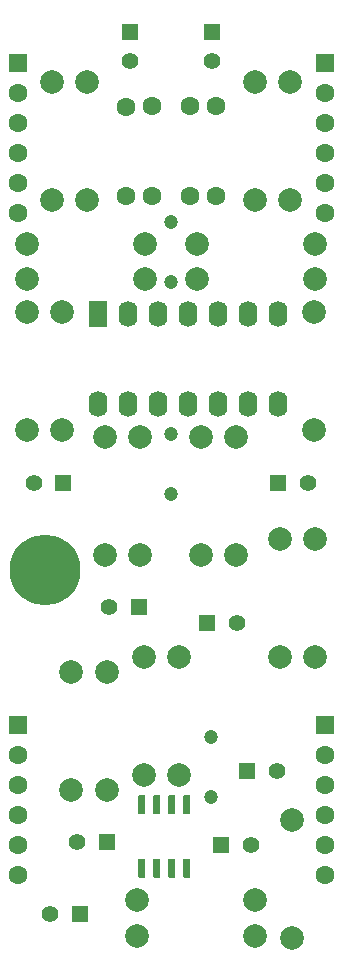
<source format=gbs>
G04 #@! TF.GenerationSoftware,KiCad,Pcbnew,(2016-12-20 revision 2972f6f)-master*
G04 #@! TF.CreationDate,2020-06-24T23:38:58+03:00*
G04 #@! TF.ProjectId,DIYOUT3M,4449594F5554334D2E6B696361645F70,rev?*
G04 #@! TF.FileFunction,Soldermask,Bot*
G04 #@! TF.FilePolarity,Negative*
%FSLAX46Y46*%
G04 Gerber Fmt 4.6, Leading zero omitted, Abs format (unit mm)*
G04 Created by KiCad (PCBNEW (2016-12-20 revision 2972f6f)-master) date Wed Jun 24 23:38:58 2020*
%MOMM*%
%LPD*%
G01*
G04 APERTURE LIST*
%ADD10C,0.100000*%
%ADD11C,1.600000*%
%ADD12R,1.600000X1.600000*%
%ADD13R,1.400000X1.400000*%
%ADD14C,1.400000*%
%ADD15C,1.200000*%
%ADD16R,1.600000X2.200000*%
%ADD17O,1.600000X2.200000*%
%ADD18C,0.600000*%
%ADD19C,6.000000*%
%ADD20C,2.000000*%
G04 APERTURE END LIST*
D10*
D11*
X10700000Y72700000D03*
X10700000Y65100000D03*
X1500000Y63650000D03*
X1500000Y66190000D03*
X1500000Y68730000D03*
X1500000Y71270000D03*
D12*
X1500000Y76350000D03*
D11*
X1500000Y73810000D03*
X1500000Y7650000D03*
X1500000Y10190000D03*
X1500000Y12730000D03*
X1500000Y15270000D03*
D12*
X1500000Y20350000D03*
D11*
X1500000Y17810000D03*
X27500000Y63650000D03*
X27500000Y66190000D03*
X27500000Y68730000D03*
X27500000Y71270000D03*
D12*
X27500000Y76350000D03*
D11*
X27500000Y73810000D03*
X27500000Y7650000D03*
X27500000Y10190000D03*
X27500000Y12730000D03*
X27500000Y15270000D03*
D12*
X27500000Y20350000D03*
D11*
X27500000Y17810000D03*
D13*
X18000000Y79050000D03*
D14*
X18000000Y76550000D03*
D13*
X11000000Y79050000D03*
D14*
X11000000Y76550000D03*
D15*
X14500000Y57860000D03*
X14500000Y62940000D03*
X14500000Y39860000D03*
X14500000Y44940000D03*
D13*
X6750000Y4300000D03*
D14*
X4250000Y4300000D03*
D15*
X17900000Y14260000D03*
X17900000Y19340000D03*
D13*
X9050000Y10400000D03*
D14*
X6550000Y10400000D03*
D13*
X20950000Y16400000D03*
D14*
X23450000Y16400000D03*
D13*
X11750000Y30300000D03*
D14*
X9250000Y30300000D03*
D13*
X5350000Y40800000D03*
D14*
X2850000Y40800000D03*
D13*
X23550000Y40800000D03*
D14*
X26050000Y40800000D03*
D13*
X17550000Y29000000D03*
D14*
X20050000Y29000000D03*
D13*
X18750000Y10200000D03*
D14*
X21250000Y10200000D03*
D16*
X8280000Y55110000D03*
D17*
X10820000Y55110000D03*
X13360000Y55110000D03*
X15900000Y55110000D03*
X18440000Y55110000D03*
X20980000Y55110000D03*
X23520000Y55110000D03*
X23520000Y47490000D03*
X20980000Y47490000D03*
X18440000Y47490000D03*
X15900000Y47490000D03*
X13360000Y47490000D03*
X10820000Y47490000D03*
X8280000Y47490000D03*
D11*
X18300000Y65090000D03*
X18300000Y72710000D03*
X12900000Y72710000D03*
X12900000Y65090000D03*
X16100000Y72710000D03*
X16100000Y65090000D03*
D10*
G36*
X15996762Y8999422D02*
X16008411Y8997694D01*
X16019834Y8994833D01*
X16030922Y8990866D01*
X16041568Y8985831D01*
X16051668Y8979776D01*
X16061127Y8972761D01*
X16069853Y8964853D01*
X16077761Y8956127D01*
X16084776Y8946668D01*
X16090831Y8936568D01*
X16095866Y8925922D01*
X16099833Y8914834D01*
X16102694Y8903411D01*
X16104422Y8891762D01*
X16105000Y8880000D01*
X16105000Y7520000D01*
X16104422Y7508238D01*
X16102694Y7496589D01*
X16099833Y7485166D01*
X16095866Y7474078D01*
X16090831Y7463432D01*
X16084776Y7453332D01*
X16077761Y7443873D01*
X16069853Y7435147D01*
X16061127Y7427239D01*
X16051668Y7420224D01*
X16041568Y7414169D01*
X16030922Y7409134D01*
X16019834Y7405167D01*
X16008411Y7402306D01*
X15996762Y7400578D01*
X15985000Y7400000D01*
X15625000Y7400000D01*
X15613238Y7400578D01*
X15601589Y7402306D01*
X15590166Y7405167D01*
X15579078Y7409134D01*
X15568432Y7414169D01*
X15558332Y7420224D01*
X15548873Y7427239D01*
X15540147Y7435147D01*
X15532239Y7443873D01*
X15525224Y7453332D01*
X15519169Y7463432D01*
X15514134Y7474078D01*
X15510167Y7485166D01*
X15507306Y7496589D01*
X15505578Y7508238D01*
X15505000Y7520000D01*
X15505000Y8880000D01*
X15505578Y8891762D01*
X15507306Y8903411D01*
X15510167Y8914834D01*
X15514134Y8925922D01*
X15519169Y8936568D01*
X15525224Y8946668D01*
X15532239Y8956127D01*
X15540147Y8964853D01*
X15548873Y8972761D01*
X15558332Y8979776D01*
X15568432Y8985831D01*
X15579078Y8990866D01*
X15590166Y8994833D01*
X15601589Y8997694D01*
X15613238Y8999422D01*
X15625000Y9000000D01*
X15985000Y9000000D01*
X15996762Y8999422D01*
X15996762Y8999422D01*
G37*
D18*
X15805000Y8200000D03*
D10*
G36*
X14726762Y8999422D02*
X14738411Y8997694D01*
X14749834Y8994833D01*
X14760922Y8990866D01*
X14771568Y8985831D01*
X14781668Y8979776D01*
X14791127Y8972761D01*
X14799853Y8964853D01*
X14807761Y8956127D01*
X14814776Y8946668D01*
X14820831Y8936568D01*
X14825866Y8925922D01*
X14829833Y8914834D01*
X14832694Y8903411D01*
X14834422Y8891762D01*
X14835000Y8880000D01*
X14835000Y7520000D01*
X14834422Y7508238D01*
X14832694Y7496589D01*
X14829833Y7485166D01*
X14825866Y7474078D01*
X14820831Y7463432D01*
X14814776Y7453332D01*
X14807761Y7443873D01*
X14799853Y7435147D01*
X14791127Y7427239D01*
X14781668Y7420224D01*
X14771568Y7414169D01*
X14760922Y7409134D01*
X14749834Y7405167D01*
X14738411Y7402306D01*
X14726762Y7400578D01*
X14715000Y7400000D01*
X14355000Y7400000D01*
X14343238Y7400578D01*
X14331589Y7402306D01*
X14320166Y7405167D01*
X14309078Y7409134D01*
X14298432Y7414169D01*
X14288332Y7420224D01*
X14278873Y7427239D01*
X14270147Y7435147D01*
X14262239Y7443873D01*
X14255224Y7453332D01*
X14249169Y7463432D01*
X14244134Y7474078D01*
X14240167Y7485166D01*
X14237306Y7496589D01*
X14235578Y7508238D01*
X14235000Y7520000D01*
X14235000Y8880000D01*
X14235578Y8891762D01*
X14237306Y8903411D01*
X14240167Y8914834D01*
X14244134Y8925922D01*
X14249169Y8936568D01*
X14255224Y8946668D01*
X14262239Y8956127D01*
X14270147Y8964853D01*
X14278873Y8972761D01*
X14288332Y8979776D01*
X14298432Y8985831D01*
X14309078Y8990866D01*
X14320166Y8994833D01*
X14331589Y8997694D01*
X14343238Y8999422D01*
X14355000Y9000000D01*
X14715000Y9000000D01*
X14726762Y8999422D01*
X14726762Y8999422D01*
G37*
D18*
X14535000Y8200000D03*
D10*
G36*
X13456762Y8999422D02*
X13468411Y8997694D01*
X13479834Y8994833D01*
X13490922Y8990866D01*
X13501568Y8985831D01*
X13511668Y8979776D01*
X13521127Y8972761D01*
X13529853Y8964853D01*
X13537761Y8956127D01*
X13544776Y8946668D01*
X13550831Y8936568D01*
X13555866Y8925922D01*
X13559833Y8914834D01*
X13562694Y8903411D01*
X13564422Y8891762D01*
X13565000Y8880000D01*
X13565000Y7520000D01*
X13564422Y7508238D01*
X13562694Y7496589D01*
X13559833Y7485166D01*
X13555866Y7474078D01*
X13550831Y7463432D01*
X13544776Y7453332D01*
X13537761Y7443873D01*
X13529853Y7435147D01*
X13521127Y7427239D01*
X13511668Y7420224D01*
X13501568Y7414169D01*
X13490922Y7409134D01*
X13479834Y7405167D01*
X13468411Y7402306D01*
X13456762Y7400578D01*
X13445000Y7400000D01*
X13085000Y7400000D01*
X13073238Y7400578D01*
X13061589Y7402306D01*
X13050166Y7405167D01*
X13039078Y7409134D01*
X13028432Y7414169D01*
X13018332Y7420224D01*
X13008873Y7427239D01*
X13000147Y7435147D01*
X12992239Y7443873D01*
X12985224Y7453332D01*
X12979169Y7463432D01*
X12974134Y7474078D01*
X12970167Y7485166D01*
X12967306Y7496589D01*
X12965578Y7508238D01*
X12965000Y7520000D01*
X12965000Y8880000D01*
X12965578Y8891762D01*
X12967306Y8903411D01*
X12970167Y8914834D01*
X12974134Y8925922D01*
X12979169Y8936568D01*
X12985224Y8946668D01*
X12992239Y8956127D01*
X13000147Y8964853D01*
X13008873Y8972761D01*
X13018332Y8979776D01*
X13028432Y8985831D01*
X13039078Y8990866D01*
X13050166Y8994833D01*
X13061589Y8997694D01*
X13073238Y8999422D01*
X13085000Y9000000D01*
X13445000Y9000000D01*
X13456762Y8999422D01*
X13456762Y8999422D01*
G37*
D18*
X13265000Y8200000D03*
D10*
G36*
X12186762Y8999422D02*
X12198411Y8997694D01*
X12209834Y8994833D01*
X12220922Y8990866D01*
X12231568Y8985831D01*
X12241668Y8979776D01*
X12251127Y8972761D01*
X12259853Y8964853D01*
X12267761Y8956127D01*
X12274776Y8946668D01*
X12280831Y8936568D01*
X12285866Y8925922D01*
X12289833Y8914834D01*
X12292694Y8903411D01*
X12294422Y8891762D01*
X12295000Y8880000D01*
X12295000Y7520000D01*
X12294422Y7508238D01*
X12292694Y7496589D01*
X12289833Y7485166D01*
X12285866Y7474078D01*
X12280831Y7463432D01*
X12274776Y7453332D01*
X12267761Y7443873D01*
X12259853Y7435147D01*
X12251127Y7427239D01*
X12241668Y7420224D01*
X12231568Y7414169D01*
X12220922Y7409134D01*
X12209834Y7405167D01*
X12198411Y7402306D01*
X12186762Y7400578D01*
X12175000Y7400000D01*
X11815000Y7400000D01*
X11803238Y7400578D01*
X11791589Y7402306D01*
X11780166Y7405167D01*
X11769078Y7409134D01*
X11758432Y7414169D01*
X11748332Y7420224D01*
X11738873Y7427239D01*
X11730147Y7435147D01*
X11722239Y7443873D01*
X11715224Y7453332D01*
X11709169Y7463432D01*
X11704134Y7474078D01*
X11700167Y7485166D01*
X11697306Y7496589D01*
X11695578Y7508238D01*
X11695000Y7520000D01*
X11695000Y8880000D01*
X11695578Y8891762D01*
X11697306Y8903411D01*
X11700167Y8914834D01*
X11704134Y8925922D01*
X11709169Y8936568D01*
X11715224Y8946668D01*
X11722239Y8956127D01*
X11730147Y8964853D01*
X11738873Y8972761D01*
X11748332Y8979776D01*
X11758432Y8985831D01*
X11769078Y8990866D01*
X11780166Y8994833D01*
X11791589Y8997694D01*
X11803238Y8999422D01*
X11815000Y9000000D01*
X12175000Y9000000D01*
X12186762Y8999422D01*
X12186762Y8999422D01*
G37*
D18*
X11995000Y8200000D03*
D10*
G36*
X12186762Y14399422D02*
X12198411Y14397694D01*
X12209834Y14394833D01*
X12220922Y14390866D01*
X12231568Y14385831D01*
X12241668Y14379776D01*
X12251127Y14372761D01*
X12259853Y14364853D01*
X12267761Y14356127D01*
X12274776Y14346668D01*
X12280831Y14336568D01*
X12285866Y14325922D01*
X12289833Y14314834D01*
X12292694Y14303411D01*
X12294422Y14291762D01*
X12295000Y14280000D01*
X12295000Y12920000D01*
X12294422Y12908238D01*
X12292694Y12896589D01*
X12289833Y12885166D01*
X12285866Y12874078D01*
X12280831Y12863432D01*
X12274776Y12853332D01*
X12267761Y12843873D01*
X12259853Y12835147D01*
X12251127Y12827239D01*
X12241668Y12820224D01*
X12231568Y12814169D01*
X12220922Y12809134D01*
X12209834Y12805167D01*
X12198411Y12802306D01*
X12186762Y12800578D01*
X12175000Y12800000D01*
X11815000Y12800000D01*
X11803238Y12800578D01*
X11791589Y12802306D01*
X11780166Y12805167D01*
X11769078Y12809134D01*
X11758432Y12814169D01*
X11748332Y12820224D01*
X11738873Y12827239D01*
X11730147Y12835147D01*
X11722239Y12843873D01*
X11715224Y12853332D01*
X11709169Y12863432D01*
X11704134Y12874078D01*
X11700167Y12885166D01*
X11697306Y12896589D01*
X11695578Y12908238D01*
X11695000Y12920000D01*
X11695000Y14280000D01*
X11695578Y14291762D01*
X11697306Y14303411D01*
X11700167Y14314834D01*
X11704134Y14325922D01*
X11709169Y14336568D01*
X11715224Y14346668D01*
X11722239Y14356127D01*
X11730147Y14364853D01*
X11738873Y14372761D01*
X11748332Y14379776D01*
X11758432Y14385831D01*
X11769078Y14390866D01*
X11780166Y14394833D01*
X11791589Y14397694D01*
X11803238Y14399422D01*
X11815000Y14400000D01*
X12175000Y14400000D01*
X12186762Y14399422D01*
X12186762Y14399422D01*
G37*
D18*
X11995000Y13600000D03*
D10*
G36*
X13456762Y14399422D02*
X13468411Y14397694D01*
X13479834Y14394833D01*
X13490922Y14390866D01*
X13501568Y14385831D01*
X13511668Y14379776D01*
X13521127Y14372761D01*
X13529853Y14364853D01*
X13537761Y14356127D01*
X13544776Y14346668D01*
X13550831Y14336568D01*
X13555866Y14325922D01*
X13559833Y14314834D01*
X13562694Y14303411D01*
X13564422Y14291762D01*
X13565000Y14280000D01*
X13565000Y12920000D01*
X13564422Y12908238D01*
X13562694Y12896589D01*
X13559833Y12885166D01*
X13555866Y12874078D01*
X13550831Y12863432D01*
X13544776Y12853332D01*
X13537761Y12843873D01*
X13529853Y12835147D01*
X13521127Y12827239D01*
X13511668Y12820224D01*
X13501568Y12814169D01*
X13490922Y12809134D01*
X13479834Y12805167D01*
X13468411Y12802306D01*
X13456762Y12800578D01*
X13445000Y12800000D01*
X13085000Y12800000D01*
X13073238Y12800578D01*
X13061589Y12802306D01*
X13050166Y12805167D01*
X13039078Y12809134D01*
X13028432Y12814169D01*
X13018332Y12820224D01*
X13008873Y12827239D01*
X13000147Y12835147D01*
X12992239Y12843873D01*
X12985224Y12853332D01*
X12979169Y12863432D01*
X12974134Y12874078D01*
X12970167Y12885166D01*
X12967306Y12896589D01*
X12965578Y12908238D01*
X12965000Y12920000D01*
X12965000Y14280000D01*
X12965578Y14291762D01*
X12967306Y14303411D01*
X12970167Y14314834D01*
X12974134Y14325922D01*
X12979169Y14336568D01*
X12985224Y14346668D01*
X12992239Y14356127D01*
X13000147Y14364853D01*
X13008873Y14372761D01*
X13018332Y14379776D01*
X13028432Y14385831D01*
X13039078Y14390866D01*
X13050166Y14394833D01*
X13061589Y14397694D01*
X13073238Y14399422D01*
X13085000Y14400000D01*
X13445000Y14400000D01*
X13456762Y14399422D01*
X13456762Y14399422D01*
G37*
D18*
X13265000Y13600000D03*
D10*
G36*
X14726762Y14399422D02*
X14738411Y14397694D01*
X14749834Y14394833D01*
X14760922Y14390866D01*
X14771568Y14385831D01*
X14781668Y14379776D01*
X14791127Y14372761D01*
X14799853Y14364853D01*
X14807761Y14356127D01*
X14814776Y14346668D01*
X14820831Y14336568D01*
X14825866Y14325922D01*
X14829833Y14314834D01*
X14832694Y14303411D01*
X14834422Y14291762D01*
X14835000Y14280000D01*
X14835000Y12920000D01*
X14834422Y12908238D01*
X14832694Y12896589D01*
X14829833Y12885166D01*
X14825866Y12874078D01*
X14820831Y12863432D01*
X14814776Y12853332D01*
X14807761Y12843873D01*
X14799853Y12835147D01*
X14791127Y12827239D01*
X14781668Y12820224D01*
X14771568Y12814169D01*
X14760922Y12809134D01*
X14749834Y12805167D01*
X14738411Y12802306D01*
X14726762Y12800578D01*
X14715000Y12800000D01*
X14355000Y12800000D01*
X14343238Y12800578D01*
X14331589Y12802306D01*
X14320166Y12805167D01*
X14309078Y12809134D01*
X14298432Y12814169D01*
X14288332Y12820224D01*
X14278873Y12827239D01*
X14270147Y12835147D01*
X14262239Y12843873D01*
X14255224Y12853332D01*
X14249169Y12863432D01*
X14244134Y12874078D01*
X14240167Y12885166D01*
X14237306Y12896589D01*
X14235578Y12908238D01*
X14235000Y12920000D01*
X14235000Y14280000D01*
X14235578Y14291762D01*
X14237306Y14303411D01*
X14240167Y14314834D01*
X14244134Y14325922D01*
X14249169Y14336568D01*
X14255224Y14346668D01*
X14262239Y14356127D01*
X14270147Y14364853D01*
X14278873Y14372761D01*
X14288332Y14379776D01*
X14298432Y14385831D01*
X14309078Y14390866D01*
X14320166Y14394833D01*
X14331589Y14397694D01*
X14343238Y14399422D01*
X14355000Y14400000D01*
X14715000Y14400000D01*
X14726762Y14399422D01*
X14726762Y14399422D01*
G37*
D18*
X14535000Y13600000D03*
D10*
G36*
X15996762Y14399422D02*
X16008411Y14397694D01*
X16019834Y14394833D01*
X16030922Y14390866D01*
X16041568Y14385831D01*
X16051668Y14379776D01*
X16061127Y14372761D01*
X16069853Y14364853D01*
X16077761Y14356127D01*
X16084776Y14346668D01*
X16090831Y14336568D01*
X16095866Y14325922D01*
X16099833Y14314834D01*
X16102694Y14303411D01*
X16104422Y14291762D01*
X16105000Y14280000D01*
X16105000Y12920000D01*
X16104422Y12908238D01*
X16102694Y12896589D01*
X16099833Y12885166D01*
X16095866Y12874078D01*
X16090831Y12863432D01*
X16084776Y12853332D01*
X16077761Y12843873D01*
X16069853Y12835147D01*
X16061127Y12827239D01*
X16051668Y12820224D01*
X16041568Y12814169D01*
X16030922Y12809134D01*
X16019834Y12805167D01*
X16008411Y12802306D01*
X15996762Y12800578D01*
X15985000Y12800000D01*
X15625000Y12800000D01*
X15613238Y12800578D01*
X15601589Y12802306D01*
X15590166Y12805167D01*
X15579078Y12809134D01*
X15568432Y12814169D01*
X15558332Y12820224D01*
X15548873Y12827239D01*
X15540147Y12835147D01*
X15532239Y12843873D01*
X15525224Y12853332D01*
X15519169Y12863432D01*
X15514134Y12874078D01*
X15510167Y12885166D01*
X15507306Y12896589D01*
X15505578Y12908238D01*
X15505000Y12920000D01*
X15505000Y14280000D01*
X15505578Y14291762D01*
X15507306Y14303411D01*
X15510167Y14314834D01*
X15514134Y14325922D01*
X15519169Y14336568D01*
X15525224Y14346668D01*
X15532239Y14356127D01*
X15540147Y14364853D01*
X15548873Y14372761D01*
X15558332Y14379776D01*
X15568432Y14385831D01*
X15579078Y14390866D01*
X15590166Y14394833D01*
X15601589Y14397694D01*
X15613238Y14399422D01*
X15625000Y14400000D01*
X15985000Y14400000D01*
X15996762Y14399422D01*
X15996762Y14399422D01*
G37*
D18*
X15805000Y13600000D03*
D19*
X3800000Y33500000D03*
D20*
X9100000Y24800000D03*
X9100000Y14800000D03*
X26700000Y58100000D03*
X16700000Y58100000D03*
X6000000Y24800000D03*
X6000000Y14800000D03*
X21600000Y2500000D03*
X11600000Y2500000D03*
X11600000Y5500000D03*
X21600000Y5500000D03*
X12200000Y16100000D03*
X12200000Y26100000D03*
X15200000Y16100000D03*
X15200000Y26100000D03*
X8900000Y44700000D03*
X8900000Y34700000D03*
X20000000Y34700000D03*
X20000000Y44700000D03*
X11900000Y44700000D03*
X11900000Y34700000D03*
X17000000Y34700000D03*
X17000000Y44700000D03*
X26700000Y36100000D03*
X26700000Y26100000D03*
X24700000Y12300000D03*
X24700000Y2300000D03*
X12300000Y61100000D03*
X2300000Y61100000D03*
X16700000Y61100000D03*
X26700000Y61100000D03*
X12300000Y58100000D03*
X2300000Y58100000D03*
X4400000Y64800000D03*
X4400000Y74800000D03*
X24600000Y64800000D03*
X24600000Y74800000D03*
X7400000Y74800000D03*
X7400000Y64800000D03*
X21600000Y64800000D03*
X21600000Y74800000D03*
X5300000Y55300000D03*
X5300000Y45300000D03*
X23700000Y36100000D03*
X23700000Y26100000D03*
X2300000Y45300000D03*
X2300000Y55300000D03*
X26600000Y55300000D03*
X26600000Y45300000D03*
M02*

</source>
